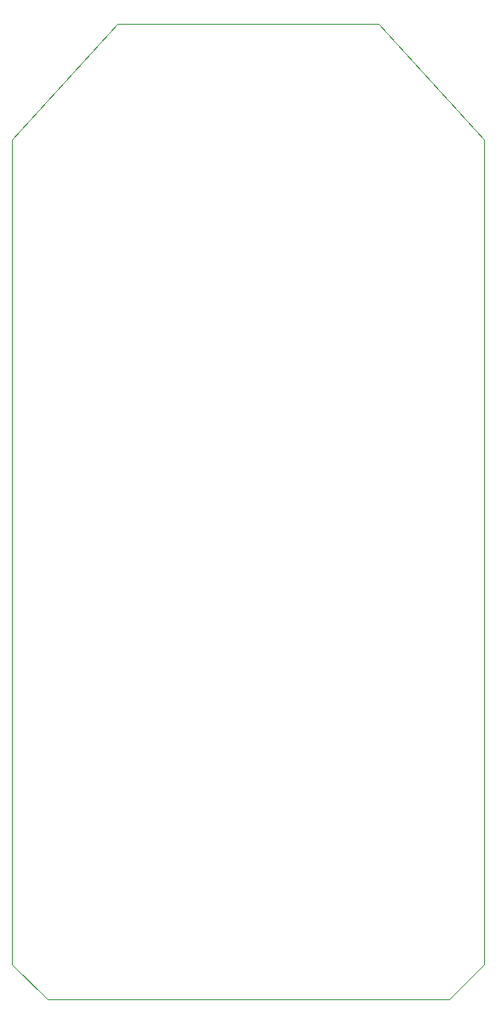
<source format=gbr>
%TF.GenerationSoftware,KiCad,Pcbnew,9.0.3*%
%TF.CreationDate,2025-07-28T15:14:52+05:30*%
%TF.ProjectId,RC_CAR_TEST_PCB,52435f43-4152-45f5-9445-53545f504342,rev?*%
%TF.SameCoordinates,Original*%
%TF.FileFunction,Profile,NP*%
%FSLAX46Y46*%
G04 Gerber Fmt 4.6, Leading zero omitted, Abs format (unit mm)*
G04 Created by KiCad (PCBNEW 9.0.3) date 2025-07-28 15:14:52*
%MOMM*%
%LPD*%
G01*
G04 APERTURE LIST*
%TA.AperFunction,Profile*%
%ADD10C,0.050000*%
%TD*%
G04 APERTURE END LIST*
D10*
X138100000Y-59800000D02*
X148600000Y-71300000D01*
X105100000Y-156800000D02*
X101600000Y-153300000D01*
X101600000Y-153300000D02*
X101600000Y-71300000D01*
X148600000Y-153300000D02*
X145100000Y-156800000D01*
X112100000Y-59800000D02*
X138100000Y-59800000D01*
X101600000Y-71300000D02*
X112100000Y-59800000D01*
X145100000Y-156800000D02*
X105100000Y-156800000D01*
X148600000Y-71300000D02*
X148600000Y-153300000D01*
M02*

</source>
